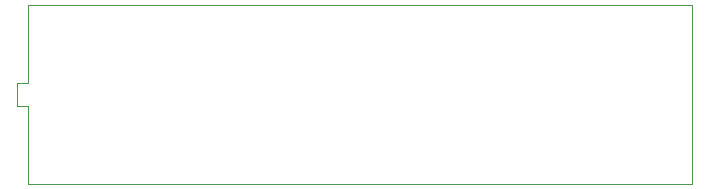
<source format=gbr>
%TF.GenerationSoftware,KiCad,Pcbnew,(6.0.8)*%
%TF.CreationDate,2022-12-05T17:54:35+01:00*%
%TF.ProjectId,FMC-HPC-BRK,464d432d-4850-4432-9d42-524b2e6b6963,rev?*%
%TF.SameCoordinates,Original*%
%TF.FileFunction,Other,User*%
%FSLAX46Y46*%
G04 Gerber Fmt 4.6, Leading zero omitted, Abs format (unit mm)*
G04 Created by KiCad (PCBNEW (6.0.8)) date 2022-12-05 17:54:35*
%MOMM*%
%LPD*%
G01*
G04 APERTURE LIST*
%ADD10C,0.050000*%
G04 APERTURE END LIST*
D10*
%TO.C,J1*%
X105005000Y-37840000D02*
X105005000Y-44420000D01*
X161285000Y-44420000D02*
X161285000Y-29240000D01*
X161285000Y-29240000D02*
X105005000Y-29240000D01*
X105005000Y-44420000D02*
X161285000Y-44420000D01*
X104115000Y-37840000D02*
X105005000Y-37840000D01*
X104115000Y-35820000D02*
X104115000Y-37840000D01*
X105005000Y-35820000D02*
X104115000Y-35820000D01*
X105005000Y-29240000D02*
X105005000Y-35820000D01*
%TD*%
M02*

</source>
